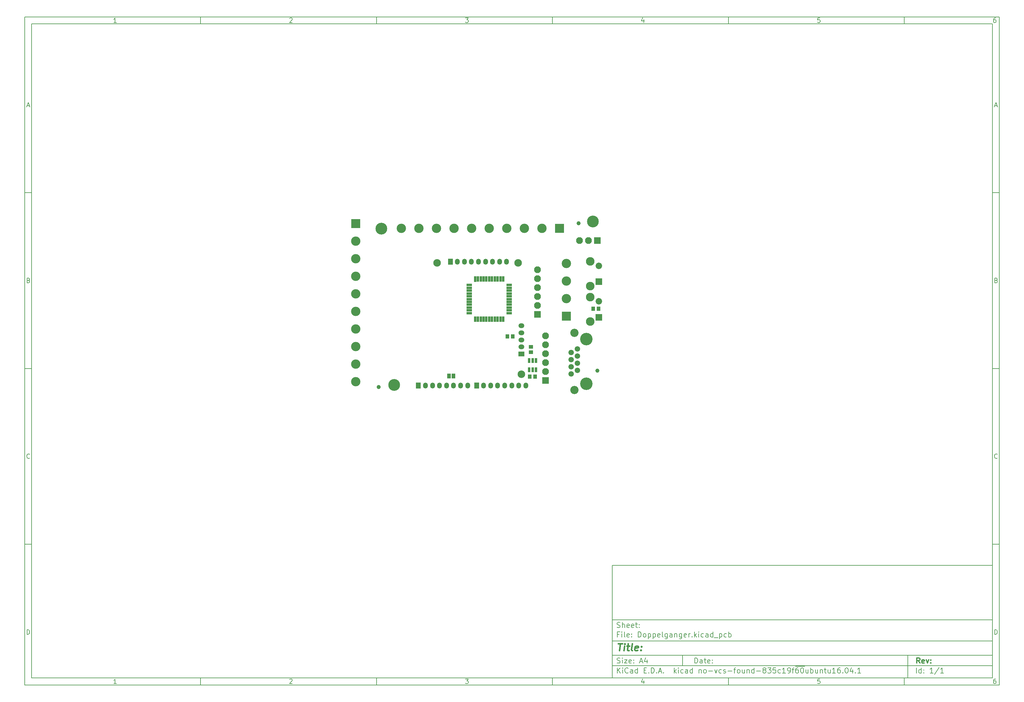
<source format=gts>
%TF.GenerationSoftware,KiCad,Pcbnew,no-vcs-found-835c19f~60~ubuntu16.04.1*%
%TF.CreationDate,2017-10-10T23:09:56+02:00*%
%TF.ProjectId,Doppelganger,446F7070656C67616E6765722E6B6963,rev?*%
%TF.SameCoordinates,Original*%
%TF.FileFunction,Soldermask,Top*%
%TF.FilePolarity,Negative*%
%FSLAX46Y46*%
G04 Gerber Fmt 4.6, Leading zero omitted, Abs format (unit mm)*
G04 Created by KiCad (PCBNEW no-vcs-found-835c19f~60~ubuntu16.04.1) date Tue Oct 10 23:09:56 2017*
%MOMM*%
%LPD*%
G01*
G04 APERTURE LIST*
%ADD10C,0.100000*%
%ADD11C,0.150000*%
%ADD12C,0.300000*%
%ADD13C,0.400000*%
%ADD14R,1.120000X1.420000*%
%ADD15R,1.064400X1.216800*%
%ADD16R,2.650000X2.650000*%
%ADD17C,2.650000*%
%ADD18R,1.850000X1.850000*%
%ADD19C,1.850000*%
%ADD20C,2.450000*%
%ADD21R,1.950000X1.950000*%
%ADD22C,1.950000*%
%ADD23R,1.650000X0.700000*%
%ADD24R,0.700000X1.650000*%
%ADD25C,0.700000*%
%ADD26C,1.550000*%
%ADD27C,3.550000*%
%ADD28C,2.350000*%
%ADD29O,1.350000X1.674000*%
%ADD30R,1.350000X1.674000*%
%ADD31O,1.674000X1.350000*%
%ADD32R,1.674000X1.350000*%
%ADD33C,2.150000*%
%ADD34C,3.350000*%
%ADD35C,1.150000*%
%ADD36R,0.770000X1.370000*%
%ADD37R,1.216800X1.064400*%
G04 APERTURE END LIST*
D10*
D11*
X177002200Y-166007200D02*
X177002200Y-198007200D01*
X285002200Y-198007200D01*
X285002200Y-166007200D01*
X177002200Y-166007200D01*
D10*
D11*
X10000000Y-10000000D02*
X10000000Y-200007200D01*
X287002200Y-200007200D01*
X287002200Y-10000000D01*
X10000000Y-10000000D01*
D10*
D11*
X12000000Y-12000000D02*
X12000000Y-198007200D01*
X285002200Y-198007200D01*
X285002200Y-12000000D01*
X12000000Y-12000000D01*
D10*
D11*
X60000000Y-12000000D02*
X60000000Y-10000000D01*
D10*
D11*
X110000000Y-12000000D02*
X110000000Y-10000000D01*
D10*
D11*
X160000000Y-12000000D02*
X160000000Y-10000000D01*
D10*
D11*
X210000000Y-12000000D02*
X210000000Y-10000000D01*
D10*
D11*
X260000000Y-12000000D02*
X260000000Y-10000000D01*
D10*
D11*
X36065476Y-11588095D02*
X35322619Y-11588095D01*
X35694047Y-11588095D02*
X35694047Y-10288095D01*
X35570238Y-10473809D01*
X35446428Y-10597619D01*
X35322619Y-10659523D01*
D10*
D11*
X85322619Y-10411904D02*
X85384523Y-10350000D01*
X85508333Y-10288095D01*
X85817857Y-10288095D01*
X85941666Y-10350000D01*
X86003571Y-10411904D01*
X86065476Y-10535714D01*
X86065476Y-10659523D01*
X86003571Y-10845238D01*
X85260714Y-11588095D01*
X86065476Y-11588095D01*
D10*
D11*
X135260714Y-10288095D02*
X136065476Y-10288095D01*
X135632142Y-10783333D01*
X135817857Y-10783333D01*
X135941666Y-10845238D01*
X136003571Y-10907142D01*
X136065476Y-11030952D01*
X136065476Y-11340476D01*
X136003571Y-11464285D01*
X135941666Y-11526190D01*
X135817857Y-11588095D01*
X135446428Y-11588095D01*
X135322619Y-11526190D01*
X135260714Y-11464285D01*
D10*
D11*
X185941666Y-10721428D02*
X185941666Y-11588095D01*
X185632142Y-10226190D02*
X185322619Y-11154761D01*
X186127380Y-11154761D01*
D10*
D11*
X236003571Y-10288095D02*
X235384523Y-10288095D01*
X235322619Y-10907142D01*
X235384523Y-10845238D01*
X235508333Y-10783333D01*
X235817857Y-10783333D01*
X235941666Y-10845238D01*
X236003571Y-10907142D01*
X236065476Y-11030952D01*
X236065476Y-11340476D01*
X236003571Y-11464285D01*
X235941666Y-11526190D01*
X235817857Y-11588095D01*
X235508333Y-11588095D01*
X235384523Y-11526190D01*
X235322619Y-11464285D01*
D10*
D11*
X285941666Y-10288095D02*
X285694047Y-10288095D01*
X285570238Y-10350000D01*
X285508333Y-10411904D01*
X285384523Y-10597619D01*
X285322619Y-10845238D01*
X285322619Y-11340476D01*
X285384523Y-11464285D01*
X285446428Y-11526190D01*
X285570238Y-11588095D01*
X285817857Y-11588095D01*
X285941666Y-11526190D01*
X286003571Y-11464285D01*
X286065476Y-11340476D01*
X286065476Y-11030952D01*
X286003571Y-10907142D01*
X285941666Y-10845238D01*
X285817857Y-10783333D01*
X285570238Y-10783333D01*
X285446428Y-10845238D01*
X285384523Y-10907142D01*
X285322619Y-11030952D01*
D10*
D11*
X60000000Y-198007200D02*
X60000000Y-200007200D01*
D10*
D11*
X110000000Y-198007200D02*
X110000000Y-200007200D01*
D10*
D11*
X160000000Y-198007200D02*
X160000000Y-200007200D01*
D10*
D11*
X210000000Y-198007200D02*
X210000000Y-200007200D01*
D10*
D11*
X260000000Y-198007200D02*
X260000000Y-200007200D01*
D10*
D11*
X36065476Y-199595295D02*
X35322619Y-199595295D01*
X35694047Y-199595295D02*
X35694047Y-198295295D01*
X35570238Y-198481009D01*
X35446428Y-198604819D01*
X35322619Y-198666723D01*
D10*
D11*
X85322619Y-198419104D02*
X85384523Y-198357200D01*
X85508333Y-198295295D01*
X85817857Y-198295295D01*
X85941666Y-198357200D01*
X86003571Y-198419104D01*
X86065476Y-198542914D01*
X86065476Y-198666723D01*
X86003571Y-198852438D01*
X85260714Y-199595295D01*
X86065476Y-199595295D01*
D10*
D11*
X135260714Y-198295295D02*
X136065476Y-198295295D01*
X135632142Y-198790533D01*
X135817857Y-198790533D01*
X135941666Y-198852438D01*
X136003571Y-198914342D01*
X136065476Y-199038152D01*
X136065476Y-199347676D01*
X136003571Y-199471485D01*
X135941666Y-199533390D01*
X135817857Y-199595295D01*
X135446428Y-199595295D01*
X135322619Y-199533390D01*
X135260714Y-199471485D01*
D10*
D11*
X185941666Y-198728628D02*
X185941666Y-199595295D01*
X185632142Y-198233390D02*
X185322619Y-199161961D01*
X186127380Y-199161961D01*
D10*
D11*
X236003571Y-198295295D02*
X235384523Y-198295295D01*
X235322619Y-198914342D01*
X235384523Y-198852438D01*
X235508333Y-198790533D01*
X235817857Y-198790533D01*
X235941666Y-198852438D01*
X236003571Y-198914342D01*
X236065476Y-199038152D01*
X236065476Y-199347676D01*
X236003571Y-199471485D01*
X235941666Y-199533390D01*
X235817857Y-199595295D01*
X235508333Y-199595295D01*
X235384523Y-199533390D01*
X235322619Y-199471485D01*
D10*
D11*
X285941666Y-198295295D02*
X285694047Y-198295295D01*
X285570238Y-198357200D01*
X285508333Y-198419104D01*
X285384523Y-198604819D01*
X285322619Y-198852438D01*
X285322619Y-199347676D01*
X285384523Y-199471485D01*
X285446428Y-199533390D01*
X285570238Y-199595295D01*
X285817857Y-199595295D01*
X285941666Y-199533390D01*
X286003571Y-199471485D01*
X286065476Y-199347676D01*
X286065476Y-199038152D01*
X286003571Y-198914342D01*
X285941666Y-198852438D01*
X285817857Y-198790533D01*
X285570238Y-198790533D01*
X285446428Y-198852438D01*
X285384523Y-198914342D01*
X285322619Y-199038152D01*
D10*
D11*
X10000000Y-60000000D02*
X12000000Y-60000000D01*
D10*
D11*
X10000000Y-110000000D02*
X12000000Y-110000000D01*
D10*
D11*
X10000000Y-160000000D02*
X12000000Y-160000000D01*
D10*
D11*
X10690476Y-35216666D02*
X11309523Y-35216666D01*
X10566666Y-35588095D02*
X11000000Y-34288095D01*
X11433333Y-35588095D01*
D10*
D11*
X11092857Y-84907142D02*
X11278571Y-84969047D01*
X11340476Y-85030952D01*
X11402380Y-85154761D01*
X11402380Y-85340476D01*
X11340476Y-85464285D01*
X11278571Y-85526190D01*
X11154761Y-85588095D01*
X10659523Y-85588095D01*
X10659523Y-84288095D01*
X11092857Y-84288095D01*
X11216666Y-84350000D01*
X11278571Y-84411904D01*
X11340476Y-84535714D01*
X11340476Y-84659523D01*
X11278571Y-84783333D01*
X11216666Y-84845238D01*
X11092857Y-84907142D01*
X10659523Y-84907142D01*
D10*
D11*
X11402380Y-135464285D02*
X11340476Y-135526190D01*
X11154761Y-135588095D01*
X11030952Y-135588095D01*
X10845238Y-135526190D01*
X10721428Y-135402380D01*
X10659523Y-135278571D01*
X10597619Y-135030952D01*
X10597619Y-134845238D01*
X10659523Y-134597619D01*
X10721428Y-134473809D01*
X10845238Y-134350000D01*
X11030952Y-134288095D01*
X11154761Y-134288095D01*
X11340476Y-134350000D01*
X11402380Y-134411904D01*
D10*
D11*
X10659523Y-185588095D02*
X10659523Y-184288095D01*
X10969047Y-184288095D01*
X11154761Y-184350000D01*
X11278571Y-184473809D01*
X11340476Y-184597619D01*
X11402380Y-184845238D01*
X11402380Y-185030952D01*
X11340476Y-185278571D01*
X11278571Y-185402380D01*
X11154761Y-185526190D01*
X10969047Y-185588095D01*
X10659523Y-185588095D01*
D10*
D11*
X287002200Y-60000000D02*
X285002200Y-60000000D01*
D10*
D11*
X287002200Y-110000000D02*
X285002200Y-110000000D01*
D10*
D11*
X287002200Y-160000000D02*
X285002200Y-160000000D01*
D10*
D11*
X285692676Y-35216666D02*
X286311723Y-35216666D01*
X285568866Y-35588095D02*
X286002200Y-34288095D01*
X286435533Y-35588095D01*
D10*
D11*
X286095057Y-84907142D02*
X286280771Y-84969047D01*
X286342676Y-85030952D01*
X286404580Y-85154761D01*
X286404580Y-85340476D01*
X286342676Y-85464285D01*
X286280771Y-85526190D01*
X286156961Y-85588095D01*
X285661723Y-85588095D01*
X285661723Y-84288095D01*
X286095057Y-84288095D01*
X286218866Y-84350000D01*
X286280771Y-84411904D01*
X286342676Y-84535714D01*
X286342676Y-84659523D01*
X286280771Y-84783333D01*
X286218866Y-84845238D01*
X286095057Y-84907142D01*
X285661723Y-84907142D01*
D10*
D11*
X286404580Y-135464285D02*
X286342676Y-135526190D01*
X286156961Y-135588095D01*
X286033152Y-135588095D01*
X285847438Y-135526190D01*
X285723628Y-135402380D01*
X285661723Y-135278571D01*
X285599819Y-135030952D01*
X285599819Y-134845238D01*
X285661723Y-134597619D01*
X285723628Y-134473809D01*
X285847438Y-134350000D01*
X286033152Y-134288095D01*
X286156961Y-134288095D01*
X286342676Y-134350000D01*
X286404580Y-134411904D01*
D10*
D11*
X285661723Y-185588095D02*
X285661723Y-184288095D01*
X285971247Y-184288095D01*
X286156961Y-184350000D01*
X286280771Y-184473809D01*
X286342676Y-184597619D01*
X286404580Y-184845238D01*
X286404580Y-185030952D01*
X286342676Y-185278571D01*
X286280771Y-185402380D01*
X286156961Y-185526190D01*
X285971247Y-185588095D01*
X285661723Y-185588095D01*
D10*
D11*
X200434342Y-193785771D02*
X200434342Y-192285771D01*
X200791485Y-192285771D01*
X201005771Y-192357200D01*
X201148628Y-192500057D01*
X201220057Y-192642914D01*
X201291485Y-192928628D01*
X201291485Y-193142914D01*
X201220057Y-193428628D01*
X201148628Y-193571485D01*
X201005771Y-193714342D01*
X200791485Y-193785771D01*
X200434342Y-193785771D01*
X202577200Y-193785771D02*
X202577200Y-193000057D01*
X202505771Y-192857200D01*
X202362914Y-192785771D01*
X202077200Y-192785771D01*
X201934342Y-192857200D01*
X202577200Y-193714342D02*
X202434342Y-193785771D01*
X202077200Y-193785771D01*
X201934342Y-193714342D01*
X201862914Y-193571485D01*
X201862914Y-193428628D01*
X201934342Y-193285771D01*
X202077200Y-193214342D01*
X202434342Y-193214342D01*
X202577200Y-193142914D01*
X203077200Y-192785771D02*
X203648628Y-192785771D01*
X203291485Y-192285771D02*
X203291485Y-193571485D01*
X203362914Y-193714342D01*
X203505771Y-193785771D01*
X203648628Y-193785771D01*
X204720057Y-193714342D02*
X204577200Y-193785771D01*
X204291485Y-193785771D01*
X204148628Y-193714342D01*
X204077200Y-193571485D01*
X204077200Y-193000057D01*
X204148628Y-192857200D01*
X204291485Y-192785771D01*
X204577200Y-192785771D01*
X204720057Y-192857200D01*
X204791485Y-193000057D01*
X204791485Y-193142914D01*
X204077200Y-193285771D01*
X205434342Y-193642914D02*
X205505771Y-193714342D01*
X205434342Y-193785771D01*
X205362914Y-193714342D01*
X205434342Y-193642914D01*
X205434342Y-193785771D01*
X205434342Y-192857200D02*
X205505771Y-192928628D01*
X205434342Y-193000057D01*
X205362914Y-192928628D01*
X205434342Y-192857200D01*
X205434342Y-193000057D01*
D10*
D11*
X177002200Y-194507200D02*
X285002200Y-194507200D01*
D10*
D11*
X178434342Y-196585771D02*
X178434342Y-195085771D01*
X179291485Y-196585771D02*
X178648628Y-195728628D01*
X179291485Y-195085771D02*
X178434342Y-195942914D01*
X179934342Y-196585771D02*
X179934342Y-195585771D01*
X179934342Y-195085771D02*
X179862914Y-195157200D01*
X179934342Y-195228628D01*
X180005771Y-195157200D01*
X179934342Y-195085771D01*
X179934342Y-195228628D01*
X181505771Y-196442914D02*
X181434342Y-196514342D01*
X181220057Y-196585771D01*
X181077200Y-196585771D01*
X180862914Y-196514342D01*
X180720057Y-196371485D01*
X180648628Y-196228628D01*
X180577200Y-195942914D01*
X180577200Y-195728628D01*
X180648628Y-195442914D01*
X180720057Y-195300057D01*
X180862914Y-195157200D01*
X181077200Y-195085771D01*
X181220057Y-195085771D01*
X181434342Y-195157200D01*
X181505771Y-195228628D01*
X182791485Y-196585771D02*
X182791485Y-195800057D01*
X182720057Y-195657200D01*
X182577200Y-195585771D01*
X182291485Y-195585771D01*
X182148628Y-195657200D01*
X182791485Y-196514342D02*
X182648628Y-196585771D01*
X182291485Y-196585771D01*
X182148628Y-196514342D01*
X182077200Y-196371485D01*
X182077200Y-196228628D01*
X182148628Y-196085771D01*
X182291485Y-196014342D01*
X182648628Y-196014342D01*
X182791485Y-195942914D01*
X184148628Y-196585771D02*
X184148628Y-195085771D01*
X184148628Y-196514342D02*
X184005771Y-196585771D01*
X183720057Y-196585771D01*
X183577200Y-196514342D01*
X183505771Y-196442914D01*
X183434342Y-196300057D01*
X183434342Y-195871485D01*
X183505771Y-195728628D01*
X183577200Y-195657200D01*
X183720057Y-195585771D01*
X184005771Y-195585771D01*
X184148628Y-195657200D01*
X186005771Y-195800057D02*
X186505771Y-195800057D01*
X186720057Y-196585771D02*
X186005771Y-196585771D01*
X186005771Y-195085771D01*
X186720057Y-195085771D01*
X187362914Y-196442914D02*
X187434342Y-196514342D01*
X187362914Y-196585771D01*
X187291485Y-196514342D01*
X187362914Y-196442914D01*
X187362914Y-196585771D01*
X188077200Y-196585771D02*
X188077200Y-195085771D01*
X188434342Y-195085771D01*
X188648628Y-195157200D01*
X188791485Y-195300057D01*
X188862914Y-195442914D01*
X188934342Y-195728628D01*
X188934342Y-195942914D01*
X188862914Y-196228628D01*
X188791485Y-196371485D01*
X188648628Y-196514342D01*
X188434342Y-196585771D01*
X188077200Y-196585771D01*
X189577200Y-196442914D02*
X189648628Y-196514342D01*
X189577200Y-196585771D01*
X189505771Y-196514342D01*
X189577200Y-196442914D01*
X189577200Y-196585771D01*
X190220057Y-196157200D02*
X190934342Y-196157200D01*
X190077200Y-196585771D02*
X190577200Y-195085771D01*
X191077200Y-196585771D01*
X191577200Y-196442914D02*
X191648628Y-196514342D01*
X191577200Y-196585771D01*
X191505771Y-196514342D01*
X191577200Y-196442914D01*
X191577200Y-196585771D01*
X194577200Y-196585771D02*
X194577200Y-195085771D01*
X194720057Y-196014342D02*
X195148628Y-196585771D01*
X195148628Y-195585771D02*
X194577200Y-196157200D01*
X195791485Y-196585771D02*
X195791485Y-195585771D01*
X195791485Y-195085771D02*
X195720057Y-195157200D01*
X195791485Y-195228628D01*
X195862914Y-195157200D01*
X195791485Y-195085771D01*
X195791485Y-195228628D01*
X197148628Y-196514342D02*
X197005771Y-196585771D01*
X196720057Y-196585771D01*
X196577200Y-196514342D01*
X196505771Y-196442914D01*
X196434342Y-196300057D01*
X196434342Y-195871485D01*
X196505771Y-195728628D01*
X196577200Y-195657200D01*
X196720057Y-195585771D01*
X197005771Y-195585771D01*
X197148628Y-195657200D01*
X198434342Y-196585771D02*
X198434342Y-195800057D01*
X198362914Y-195657200D01*
X198220057Y-195585771D01*
X197934342Y-195585771D01*
X197791485Y-195657200D01*
X198434342Y-196514342D02*
X198291485Y-196585771D01*
X197934342Y-196585771D01*
X197791485Y-196514342D01*
X197720057Y-196371485D01*
X197720057Y-196228628D01*
X197791485Y-196085771D01*
X197934342Y-196014342D01*
X198291485Y-196014342D01*
X198434342Y-195942914D01*
X199791485Y-196585771D02*
X199791485Y-195085771D01*
X199791485Y-196514342D02*
X199648628Y-196585771D01*
X199362914Y-196585771D01*
X199220057Y-196514342D01*
X199148628Y-196442914D01*
X199077200Y-196300057D01*
X199077200Y-195871485D01*
X199148628Y-195728628D01*
X199220057Y-195657200D01*
X199362914Y-195585771D01*
X199648628Y-195585771D01*
X199791485Y-195657200D01*
X201648628Y-195585771D02*
X201648628Y-196585771D01*
X201648628Y-195728628D02*
X201720057Y-195657200D01*
X201862914Y-195585771D01*
X202077200Y-195585771D01*
X202220057Y-195657200D01*
X202291485Y-195800057D01*
X202291485Y-196585771D01*
X203220057Y-196585771D02*
X203077200Y-196514342D01*
X203005771Y-196442914D01*
X202934342Y-196300057D01*
X202934342Y-195871485D01*
X203005771Y-195728628D01*
X203077200Y-195657200D01*
X203220057Y-195585771D01*
X203434342Y-195585771D01*
X203577200Y-195657200D01*
X203648628Y-195728628D01*
X203720057Y-195871485D01*
X203720057Y-196300057D01*
X203648628Y-196442914D01*
X203577200Y-196514342D01*
X203434342Y-196585771D01*
X203220057Y-196585771D01*
X204362914Y-196014342D02*
X205505771Y-196014342D01*
X206077200Y-195585771D02*
X206434342Y-196585771D01*
X206791485Y-195585771D01*
X208005771Y-196514342D02*
X207862914Y-196585771D01*
X207577200Y-196585771D01*
X207434342Y-196514342D01*
X207362914Y-196442914D01*
X207291485Y-196300057D01*
X207291485Y-195871485D01*
X207362914Y-195728628D01*
X207434342Y-195657200D01*
X207577200Y-195585771D01*
X207862914Y-195585771D01*
X208005771Y-195657200D01*
X208577200Y-196514342D02*
X208720057Y-196585771D01*
X209005771Y-196585771D01*
X209148628Y-196514342D01*
X209220057Y-196371485D01*
X209220057Y-196300057D01*
X209148628Y-196157200D01*
X209005771Y-196085771D01*
X208791485Y-196085771D01*
X208648628Y-196014342D01*
X208577200Y-195871485D01*
X208577200Y-195800057D01*
X208648628Y-195657200D01*
X208791485Y-195585771D01*
X209005771Y-195585771D01*
X209148628Y-195657200D01*
X209862914Y-196014342D02*
X211005771Y-196014342D01*
X211505771Y-195585771D02*
X212077200Y-195585771D01*
X211720057Y-196585771D02*
X211720057Y-195300057D01*
X211791485Y-195157200D01*
X211934342Y-195085771D01*
X212077200Y-195085771D01*
X212791485Y-196585771D02*
X212648628Y-196514342D01*
X212577200Y-196442914D01*
X212505771Y-196300057D01*
X212505771Y-195871485D01*
X212577200Y-195728628D01*
X212648628Y-195657200D01*
X212791485Y-195585771D01*
X213005771Y-195585771D01*
X213148628Y-195657200D01*
X213220057Y-195728628D01*
X213291485Y-195871485D01*
X213291485Y-196300057D01*
X213220057Y-196442914D01*
X213148628Y-196514342D01*
X213005771Y-196585771D01*
X212791485Y-196585771D01*
X214577200Y-195585771D02*
X214577200Y-196585771D01*
X213934342Y-195585771D02*
X213934342Y-196371485D01*
X214005771Y-196514342D01*
X214148628Y-196585771D01*
X214362914Y-196585771D01*
X214505771Y-196514342D01*
X214577200Y-196442914D01*
X215291485Y-195585771D02*
X215291485Y-196585771D01*
X215291485Y-195728628D02*
X215362914Y-195657200D01*
X215505771Y-195585771D01*
X215720057Y-195585771D01*
X215862914Y-195657200D01*
X215934342Y-195800057D01*
X215934342Y-196585771D01*
X217291485Y-196585771D02*
X217291485Y-195085771D01*
X217291485Y-196514342D02*
X217148628Y-196585771D01*
X216862914Y-196585771D01*
X216720057Y-196514342D01*
X216648628Y-196442914D01*
X216577200Y-196300057D01*
X216577200Y-195871485D01*
X216648628Y-195728628D01*
X216720057Y-195657200D01*
X216862914Y-195585771D01*
X217148628Y-195585771D01*
X217291485Y-195657200D01*
X218005771Y-196014342D02*
X219148628Y-196014342D01*
X220077200Y-195728628D02*
X219934342Y-195657200D01*
X219862914Y-195585771D01*
X219791485Y-195442914D01*
X219791485Y-195371485D01*
X219862914Y-195228628D01*
X219934342Y-195157200D01*
X220077200Y-195085771D01*
X220362914Y-195085771D01*
X220505771Y-195157200D01*
X220577200Y-195228628D01*
X220648628Y-195371485D01*
X220648628Y-195442914D01*
X220577200Y-195585771D01*
X220505771Y-195657200D01*
X220362914Y-195728628D01*
X220077200Y-195728628D01*
X219934342Y-195800057D01*
X219862914Y-195871485D01*
X219791485Y-196014342D01*
X219791485Y-196300057D01*
X219862914Y-196442914D01*
X219934342Y-196514342D01*
X220077200Y-196585771D01*
X220362914Y-196585771D01*
X220505771Y-196514342D01*
X220577200Y-196442914D01*
X220648628Y-196300057D01*
X220648628Y-196014342D01*
X220577200Y-195871485D01*
X220505771Y-195800057D01*
X220362914Y-195728628D01*
X221148628Y-195085771D02*
X222077200Y-195085771D01*
X221577200Y-195657200D01*
X221791485Y-195657200D01*
X221934342Y-195728628D01*
X222005771Y-195800057D01*
X222077200Y-195942914D01*
X222077200Y-196300057D01*
X222005771Y-196442914D01*
X221934342Y-196514342D01*
X221791485Y-196585771D01*
X221362914Y-196585771D01*
X221220057Y-196514342D01*
X221148628Y-196442914D01*
X223434342Y-195085771D02*
X222720057Y-195085771D01*
X222648628Y-195800057D01*
X222720057Y-195728628D01*
X222862914Y-195657200D01*
X223220057Y-195657200D01*
X223362914Y-195728628D01*
X223434342Y-195800057D01*
X223505771Y-195942914D01*
X223505771Y-196300057D01*
X223434342Y-196442914D01*
X223362914Y-196514342D01*
X223220057Y-196585771D01*
X222862914Y-196585771D01*
X222720057Y-196514342D01*
X222648628Y-196442914D01*
X224791485Y-196514342D02*
X224648628Y-196585771D01*
X224362914Y-196585771D01*
X224220057Y-196514342D01*
X224148628Y-196442914D01*
X224077200Y-196300057D01*
X224077200Y-195871485D01*
X224148628Y-195728628D01*
X224220057Y-195657200D01*
X224362914Y-195585771D01*
X224648628Y-195585771D01*
X224791485Y-195657200D01*
X226220057Y-196585771D02*
X225362914Y-196585771D01*
X225791485Y-196585771D02*
X225791485Y-195085771D01*
X225648628Y-195300057D01*
X225505771Y-195442914D01*
X225362914Y-195514342D01*
X226934342Y-196585771D02*
X227220057Y-196585771D01*
X227362914Y-196514342D01*
X227434342Y-196442914D01*
X227577200Y-196228628D01*
X227648628Y-195942914D01*
X227648628Y-195371485D01*
X227577200Y-195228628D01*
X227505771Y-195157200D01*
X227362914Y-195085771D01*
X227077200Y-195085771D01*
X226934342Y-195157200D01*
X226862914Y-195228628D01*
X226791485Y-195371485D01*
X226791485Y-195728628D01*
X226862914Y-195871485D01*
X226934342Y-195942914D01*
X227077200Y-196014342D01*
X227362914Y-196014342D01*
X227505771Y-195942914D01*
X227577200Y-195871485D01*
X227648628Y-195728628D01*
X228077200Y-195585771D02*
X228648628Y-195585771D01*
X228291485Y-196585771D02*
X228291485Y-195300057D01*
X228362914Y-195157200D01*
X228505771Y-195085771D01*
X228648628Y-195085771D01*
X229038985Y-194677200D02*
X230220057Y-194677200D01*
X229791485Y-195085771D02*
X229505771Y-195085771D01*
X229362914Y-195157200D01*
X229291485Y-195228628D01*
X229148628Y-195442914D01*
X229077200Y-195728628D01*
X229077200Y-196300057D01*
X229148628Y-196442914D01*
X229220057Y-196514342D01*
X229362914Y-196585771D01*
X229648628Y-196585771D01*
X229791485Y-196514342D01*
X229862914Y-196442914D01*
X229934342Y-196300057D01*
X229934342Y-195942914D01*
X229862914Y-195800057D01*
X229791485Y-195728628D01*
X229648628Y-195657200D01*
X229362914Y-195657200D01*
X229220057Y-195728628D01*
X229148628Y-195800057D01*
X229077200Y-195942914D01*
X230220057Y-194677200D02*
X231648628Y-194677200D01*
X230862914Y-195085771D02*
X231005771Y-195085771D01*
X231148628Y-195157200D01*
X231220057Y-195228628D01*
X231291485Y-195371485D01*
X231362914Y-195657200D01*
X231362914Y-196014342D01*
X231291485Y-196300057D01*
X231220057Y-196442914D01*
X231148628Y-196514342D01*
X231005771Y-196585771D01*
X230862914Y-196585771D01*
X230720057Y-196514342D01*
X230648628Y-196442914D01*
X230577200Y-196300057D01*
X230505771Y-196014342D01*
X230505771Y-195657200D01*
X230577200Y-195371485D01*
X230648628Y-195228628D01*
X230720057Y-195157200D01*
X230862914Y-195085771D01*
X232648628Y-195585771D02*
X232648628Y-196585771D01*
X232005771Y-195585771D02*
X232005771Y-196371485D01*
X232077199Y-196514342D01*
X232220057Y-196585771D01*
X232434342Y-196585771D01*
X232577199Y-196514342D01*
X232648628Y-196442914D01*
X233362914Y-196585771D02*
X233362914Y-195085771D01*
X233362914Y-195657200D02*
X233505771Y-195585771D01*
X233791485Y-195585771D01*
X233934342Y-195657200D01*
X234005771Y-195728628D01*
X234077200Y-195871485D01*
X234077200Y-196300057D01*
X234005771Y-196442914D01*
X233934342Y-196514342D01*
X233791485Y-196585771D01*
X233505771Y-196585771D01*
X233362914Y-196514342D01*
X235362914Y-195585771D02*
X235362914Y-196585771D01*
X234720057Y-195585771D02*
X234720057Y-196371485D01*
X234791485Y-196514342D01*
X234934342Y-196585771D01*
X235148628Y-196585771D01*
X235291485Y-196514342D01*
X235362914Y-196442914D01*
X236077200Y-195585771D02*
X236077200Y-196585771D01*
X236077200Y-195728628D02*
X236148628Y-195657200D01*
X236291485Y-195585771D01*
X236505771Y-195585771D01*
X236648628Y-195657200D01*
X236720057Y-195800057D01*
X236720057Y-196585771D01*
X237220057Y-195585771D02*
X237791485Y-195585771D01*
X237434342Y-195085771D02*
X237434342Y-196371485D01*
X237505771Y-196514342D01*
X237648628Y-196585771D01*
X237791485Y-196585771D01*
X238934342Y-195585771D02*
X238934342Y-196585771D01*
X238291485Y-195585771D02*
X238291485Y-196371485D01*
X238362914Y-196514342D01*
X238505771Y-196585771D01*
X238720057Y-196585771D01*
X238862914Y-196514342D01*
X238934342Y-196442914D01*
X240434342Y-196585771D02*
X239577200Y-196585771D01*
X240005771Y-196585771D02*
X240005771Y-195085771D01*
X239862914Y-195300057D01*
X239720057Y-195442914D01*
X239577200Y-195514342D01*
X241720057Y-195085771D02*
X241434342Y-195085771D01*
X241291485Y-195157200D01*
X241220057Y-195228628D01*
X241077200Y-195442914D01*
X241005771Y-195728628D01*
X241005771Y-196300057D01*
X241077200Y-196442914D01*
X241148628Y-196514342D01*
X241291485Y-196585771D01*
X241577200Y-196585771D01*
X241720057Y-196514342D01*
X241791485Y-196442914D01*
X241862914Y-196300057D01*
X241862914Y-195942914D01*
X241791485Y-195800057D01*
X241720057Y-195728628D01*
X241577200Y-195657200D01*
X241291485Y-195657200D01*
X241148628Y-195728628D01*
X241077200Y-195800057D01*
X241005771Y-195942914D01*
X242505771Y-196442914D02*
X242577199Y-196514342D01*
X242505771Y-196585771D01*
X242434342Y-196514342D01*
X242505771Y-196442914D01*
X242505771Y-196585771D01*
X243505771Y-195085771D02*
X243648628Y-195085771D01*
X243791485Y-195157200D01*
X243862914Y-195228628D01*
X243934342Y-195371485D01*
X244005771Y-195657200D01*
X244005771Y-196014342D01*
X243934342Y-196300057D01*
X243862914Y-196442914D01*
X243791485Y-196514342D01*
X243648628Y-196585771D01*
X243505771Y-196585771D01*
X243362914Y-196514342D01*
X243291485Y-196442914D01*
X243220057Y-196300057D01*
X243148628Y-196014342D01*
X243148628Y-195657200D01*
X243220057Y-195371485D01*
X243291485Y-195228628D01*
X243362914Y-195157200D01*
X243505771Y-195085771D01*
X245291485Y-195585771D02*
X245291485Y-196585771D01*
X244934342Y-195014342D02*
X244577199Y-196085771D01*
X245505771Y-196085771D01*
X246077199Y-196442914D02*
X246148628Y-196514342D01*
X246077199Y-196585771D01*
X246005771Y-196514342D01*
X246077199Y-196442914D01*
X246077199Y-196585771D01*
X247577200Y-196585771D02*
X246720057Y-196585771D01*
X247148628Y-196585771D02*
X247148628Y-195085771D01*
X247005771Y-195300057D01*
X246862914Y-195442914D01*
X246720057Y-195514342D01*
D10*
D11*
X177002200Y-191507200D02*
X285002200Y-191507200D01*
D10*
D12*
X264411485Y-193785771D02*
X263911485Y-193071485D01*
X263554342Y-193785771D02*
X263554342Y-192285771D01*
X264125771Y-192285771D01*
X264268628Y-192357200D01*
X264340057Y-192428628D01*
X264411485Y-192571485D01*
X264411485Y-192785771D01*
X264340057Y-192928628D01*
X264268628Y-193000057D01*
X264125771Y-193071485D01*
X263554342Y-193071485D01*
X265625771Y-193714342D02*
X265482914Y-193785771D01*
X265197200Y-193785771D01*
X265054342Y-193714342D01*
X264982914Y-193571485D01*
X264982914Y-193000057D01*
X265054342Y-192857200D01*
X265197200Y-192785771D01*
X265482914Y-192785771D01*
X265625771Y-192857200D01*
X265697200Y-193000057D01*
X265697200Y-193142914D01*
X264982914Y-193285771D01*
X266197200Y-192785771D02*
X266554342Y-193785771D01*
X266911485Y-192785771D01*
X267482914Y-193642914D02*
X267554342Y-193714342D01*
X267482914Y-193785771D01*
X267411485Y-193714342D01*
X267482914Y-193642914D01*
X267482914Y-193785771D01*
X267482914Y-192857200D02*
X267554342Y-192928628D01*
X267482914Y-193000057D01*
X267411485Y-192928628D01*
X267482914Y-192857200D01*
X267482914Y-193000057D01*
D10*
D11*
X178362914Y-193714342D02*
X178577200Y-193785771D01*
X178934342Y-193785771D01*
X179077200Y-193714342D01*
X179148628Y-193642914D01*
X179220057Y-193500057D01*
X179220057Y-193357200D01*
X179148628Y-193214342D01*
X179077200Y-193142914D01*
X178934342Y-193071485D01*
X178648628Y-193000057D01*
X178505771Y-192928628D01*
X178434342Y-192857200D01*
X178362914Y-192714342D01*
X178362914Y-192571485D01*
X178434342Y-192428628D01*
X178505771Y-192357200D01*
X178648628Y-192285771D01*
X179005771Y-192285771D01*
X179220057Y-192357200D01*
X179862914Y-193785771D02*
X179862914Y-192785771D01*
X179862914Y-192285771D02*
X179791485Y-192357200D01*
X179862914Y-192428628D01*
X179934342Y-192357200D01*
X179862914Y-192285771D01*
X179862914Y-192428628D01*
X180434342Y-192785771D02*
X181220057Y-192785771D01*
X180434342Y-193785771D01*
X181220057Y-193785771D01*
X182362914Y-193714342D02*
X182220057Y-193785771D01*
X181934342Y-193785771D01*
X181791485Y-193714342D01*
X181720057Y-193571485D01*
X181720057Y-193000057D01*
X181791485Y-192857200D01*
X181934342Y-192785771D01*
X182220057Y-192785771D01*
X182362914Y-192857200D01*
X182434342Y-193000057D01*
X182434342Y-193142914D01*
X181720057Y-193285771D01*
X183077200Y-193642914D02*
X183148628Y-193714342D01*
X183077200Y-193785771D01*
X183005771Y-193714342D01*
X183077200Y-193642914D01*
X183077200Y-193785771D01*
X183077200Y-192857200D02*
X183148628Y-192928628D01*
X183077200Y-193000057D01*
X183005771Y-192928628D01*
X183077200Y-192857200D01*
X183077200Y-193000057D01*
X184862914Y-193357200D02*
X185577200Y-193357200D01*
X184720057Y-193785771D02*
X185220057Y-192285771D01*
X185720057Y-193785771D01*
X186862914Y-192785771D02*
X186862914Y-193785771D01*
X186505771Y-192214342D02*
X186148628Y-193285771D01*
X187077200Y-193285771D01*
D10*
D11*
X263434342Y-196585771D02*
X263434342Y-195085771D01*
X264791485Y-196585771D02*
X264791485Y-195085771D01*
X264791485Y-196514342D02*
X264648628Y-196585771D01*
X264362914Y-196585771D01*
X264220057Y-196514342D01*
X264148628Y-196442914D01*
X264077200Y-196300057D01*
X264077200Y-195871485D01*
X264148628Y-195728628D01*
X264220057Y-195657200D01*
X264362914Y-195585771D01*
X264648628Y-195585771D01*
X264791485Y-195657200D01*
X265505771Y-196442914D02*
X265577200Y-196514342D01*
X265505771Y-196585771D01*
X265434342Y-196514342D01*
X265505771Y-196442914D01*
X265505771Y-196585771D01*
X265505771Y-195657200D02*
X265577200Y-195728628D01*
X265505771Y-195800057D01*
X265434342Y-195728628D01*
X265505771Y-195657200D01*
X265505771Y-195800057D01*
X268148628Y-196585771D02*
X267291485Y-196585771D01*
X267720057Y-196585771D02*
X267720057Y-195085771D01*
X267577200Y-195300057D01*
X267434342Y-195442914D01*
X267291485Y-195514342D01*
X269862914Y-195014342D02*
X268577200Y-196942914D01*
X271148628Y-196585771D02*
X270291485Y-196585771D01*
X270720057Y-196585771D02*
X270720057Y-195085771D01*
X270577200Y-195300057D01*
X270434342Y-195442914D01*
X270291485Y-195514342D01*
D10*
D11*
X177002200Y-187507200D02*
X285002200Y-187507200D01*
D10*
D13*
X178714580Y-188211961D02*
X179857438Y-188211961D01*
X179036009Y-190211961D02*
X179286009Y-188211961D01*
X180274104Y-190211961D02*
X180440771Y-188878628D01*
X180524104Y-188211961D02*
X180416961Y-188307200D01*
X180500295Y-188402438D01*
X180607438Y-188307200D01*
X180524104Y-188211961D01*
X180500295Y-188402438D01*
X181107438Y-188878628D02*
X181869342Y-188878628D01*
X181476485Y-188211961D02*
X181262200Y-189926247D01*
X181333628Y-190116723D01*
X181512200Y-190211961D01*
X181702676Y-190211961D01*
X182655057Y-190211961D02*
X182476485Y-190116723D01*
X182405057Y-189926247D01*
X182619342Y-188211961D01*
X184190771Y-190116723D02*
X183988390Y-190211961D01*
X183607438Y-190211961D01*
X183428866Y-190116723D01*
X183357438Y-189926247D01*
X183452676Y-189164342D01*
X183571723Y-188973866D01*
X183774104Y-188878628D01*
X184155057Y-188878628D01*
X184333628Y-188973866D01*
X184405057Y-189164342D01*
X184381247Y-189354819D01*
X183405057Y-189545295D01*
X185155057Y-190021485D02*
X185238390Y-190116723D01*
X185131247Y-190211961D01*
X185047914Y-190116723D01*
X185155057Y-190021485D01*
X185131247Y-190211961D01*
X185286009Y-188973866D02*
X185369342Y-189069104D01*
X185262200Y-189164342D01*
X185178866Y-189069104D01*
X185286009Y-188973866D01*
X185262200Y-189164342D01*
D10*
D11*
X178934342Y-185600057D02*
X178434342Y-185600057D01*
X178434342Y-186385771D02*
X178434342Y-184885771D01*
X179148628Y-184885771D01*
X179720057Y-186385771D02*
X179720057Y-185385771D01*
X179720057Y-184885771D02*
X179648628Y-184957200D01*
X179720057Y-185028628D01*
X179791485Y-184957200D01*
X179720057Y-184885771D01*
X179720057Y-185028628D01*
X180648628Y-186385771D02*
X180505771Y-186314342D01*
X180434342Y-186171485D01*
X180434342Y-184885771D01*
X181791485Y-186314342D02*
X181648628Y-186385771D01*
X181362914Y-186385771D01*
X181220057Y-186314342D01*
X181148628Y-186171485D01*
X181148628Y-185600057D01*
X181220057Y-185457200D01*
X181362914Y-185385771D01*
X181648628Y-185385771D01*
X181791485Y-185457200D01*
X181862914Y-185600057D01*
X181862914Y-185742914D01*
X181148628Y-185885771D01*
X182505771Y-186242914D02*
X182577200Y-186314342D01*
X182505771Y-186385771D01*
X182434342Y-186314342D01*
X182505771Y-186242914D01*
X182505771Y-186385771D01*
X182505771Y-185457200D02*
X182577200Y-185528628D01*
X182505771Y-185600057D01*
X182434342Y-185528628D01*
X182505771Y-185457200D01*
X182505771Y-185600057D01*
X184362914Y-186385771D02*
X184362914Y-184885771D01*
X184720057Y-184885771D01*
X184934342Y-184957200D01*
X185077200Y-185100057D01*
X185148628Y-185242914D01*
X185220057Y-185528628D01*
X185220057Y-185742914D01*
X185148628Y-186028628D01*
X185077200Y-186171485D01*
X184934342Y-186314342D01*
X184720057Y-186385771D01*
X184362914Y-186385771D01*
X186077200Y-186385771D02*
X185934342Y-186314342D01*
X185862914Y-186242914D01*
X185791485Y-186100057D01*
X185791485Y-185671485D01*
X185862914Y-185528628D01*
X185934342Y-185457200D01*
X186077200Y-185385771D01*
X186291485Y-185385771D01*
X186434342Y-185457200D01*
X186505771Y-185528628D01*
X186577200Y-185671485D01*
X186577200Y-186100057D01*
X186505771Y-186242914D01*
X186434342Y-186314342D01*
X186291485Y-186385771D01*
X186077200Y-186385771D01*
X187220057Y-185385771D02*
X187220057Y-186885771D01*
X187220057Y-185457200D02*
X187362914Y-185385771D01*
X187648628Y-185385771D01*
X187791485Y-185457200D01*
X187862914Y-185528628D01*
X187934342Y-185671485D01*
X187934342Y-186100057D01*
X187862914Y-186242914D01*
X187791485Y-186314342D01*
X187648628Y-186385771D01*
X187362914Y-186385771D01*
X187220057Y-186314342D01*
X188577200Y-185385771D02*
X188577200Y-186885771D01*
X188577200Y-185457200D02*
X188720057Y-185385771D01*
X189005771Y-185385771D01*
X189148628Y-185457200D01*
X189220057Y-185528628D01*
X189291485Y-185671485D01*
X189291485Y-186100057D01*
X189220057Y-186242914D01*
X189148628Y-186314342D01*
X189005771Y-186385771D01*
X188720057Y-186385771D01*
X188577200Y-186314342D01*
X190505771Y-186314342D02*
X190362914Y-186385771D01*
X190077200Y-186385771D01*
X189934342Y-186314342D01*
X189862914Y-186171485D01*
X189862914Y-185600057D01*
X189934342Y-185457200D01*
X190077200Y-185385771D01*
X190362914Y-185385771D01*
X190505771Y-185457200D01*
X190577200Y-185600057D01*
X190577200Y-185742914D01*
X189862914Y-185885771D01*
X191434342Y-186385771D02*
X191291485Y-186314342D01*
X191220057Y-186171485D01*
X191220057Y-184885771D01*
X192648628Y-185385771D02*
X192648628Y-186600057D01*
X192577200Y-186742914D01*
X192505771Y-186814342D01*
X192362914Y-186885771D01*
X192148628Y-186885771D01*
X192005771Y-186814342D01*
X192648628Y-186314342D02*
X192505771Y-186385771D01*
X192220057Y-186385771D01*
X192077200Y-186314342D01*
X192005771Y-186242914D01*
X191934342Y-186100057D01*
X191934342Y-185671485D01*
X192005771Y-185528628D01*
X192077200Y-185457200D01*
X192220057Y-185385771D01*
X192505771Y-185385771D01*
X192648628Y-185457200D01*
X194005771Y-186385771D02*
X194005771Y-185600057D01*
X193934342Y-185457200D01*
X193791485Y-185385771D01*
X193505771Y-185385771D01*
X193362914Y-185457200D01*
X194005771Y-186314342D02*
X193862914Y-186385771D01*
X193505771Y-186385771D01*
X193362914Y-186314342D01*
X193291485Y-186171485D01*
X193291485Y-186028628D01*
X193362914Y-185885771D01*
X193505771Y-185814342D01*
X193862914Y-185814342D01*
X194005771Y-185742914D01*
X194720057Y-185385771D02*
X194720057Y-186385771D01*
X194720057Y-185528628D02*
X194791485Y-185457200D01*
X194934342Y-185385771D01*
X195148628Y-185385771D01*
X195291485Y-185457200D01*
X195362914Y-185600057D01*
X195362914Y-186385771D01*
X196720057Y-185385771D02*
X196720057Y-186600057D01*
X196648628Y-186742914D01*
X196577200Y-186814342D01*
X196434342Y-186885771D01*
X196220057Y-186885771D01*
X196077200Y-186814342D01*
X196720057Y-186314342D02*
X196577200Y-186385771D01*
X196291485Y-186385771D01*
X196148628Y-186314342D01*
X196077200Y-186242914D01*
X196005771Y-186100057D01*
X196005771Y-185671485D01*
X196077200Y-185528628D01*
X196148628Y-185457200D01*
X196291485Y-185385771D01*
X196577200Y-185385771D01*
X196720057Y-185457200D01*
X198005771Y-186314342D02*
X197862914Y-186385771D01*
X197577200Y-186385771D01*
X197434342Y-186314342D01*
X197362914Y-186171485D01*
X197362914Y-185600057D01*
X197434342Y-185457200D01*
X197577200Y-185385771D01*
X197862914Y-185385771D01*
X198005771Y-185457200D01*
X198077200Y-185600057D01*
X198077200Y-185742914D01*
X197362914Y-185885771D01*
X198720057Y-186385771D02*
X198720057Y-185385771D01*
X198720057Y-185671485D02*
X198791485Y-185528628D01*
X198862914Y-185457200D01*
X199005771Y-185385771D01*
X199148628Y-185385771D01*
X199648628Y-186242914D02*
X199720057Y-186314342D01*
X199648628Y-186385771D01*
X199577200Y-186314342D01*
X199648628Y-186242914D01*
X199648628Y-186385771D01*
X200362914Y-186385771D02*
X200362914Y-184885771D01*
X200505771Y-185814342D02*
X200934342Y-186385771D01*
X200934342Y-185385771D02*
X200362914Y-185957200D01*
X201577200Y-186385771D02*
X201577200Y-185385771D01*
X201577200Y-184885771D02*
X201505771Y-184957200D01*
X201577200Y-185028628D01*
X201648628Y-184957200D01*
X201577200Y-184885771D01*
X201577200Y-185028628D01*
X202934342Y-186314342D02*
X202791485Y-186385771D01*
X202505771Y-186385771D01*
X202362914Y-186314342D01*
X202291485Y-186242914D01*
X202220057Y-186100057D01*
X202220057Y-185671485D01*
X202291485Y-185528628D01*
X202362914Y-185457200D01*
X202505771Y-185385771D01*
X202791485Y-185385771D01*
X202934342Y-185457200D01*
X204220057Y-186385771D02*
X204220057Y-185600057D01*
X204148628Y-185457200D01*
X204005771Y-185385771D01*
X203720057Y-185385771D01*
X203577200Y-185457200D01*
X204220057Y-186314342D02*
X204077200Y-186385771D01*
X203720057Y-186385771D01*
X203577200Y-186314342D01*
X203505771Y-186171485D01*
X203505771Y-186028628D01*
X203577200Y-185885771D01*
X203720057Y-185814342D01*
X204077200Y-185814342D01*
X204220057Y-185742914D01*
X205577200Y-186385771D02*
X205577200Y-184885771D01*
X205577200Y-186314342D02*
X205434342Y-186385771D01*
X205148628Y-186385771D01*
X205005771Y-186314342D01*
X204934342Y-186242914D01*
X204862914Y-186100057D01*
X204862914Y-185671485D01*
X204934342Y-185528628D01*
X205005771Y-185457200D01*
X205148628Y-185385771D01*
X205434342Y-185385771D01*
X205577200Y-185457200D01*
X205934342Y-186528628D02*
X207077200Y-186528628D01*
X207434342Y-185385771D02*
X207434342Y-186885771D01*
X207434342Y-185457200D02*
X207577200Y-185385771D01*
X207862914Y-185385771D01*
X208005771Y-185457200D01*
X208077200Y-185528628D01*
X208148628Y-185671485D01*
X208148628Y-186100057D01*
X208077200Y-186242914D01*
X208005771Y-186314342D01*
X207862914Y-186385771D01*
X207577200Y-186385771D01*
X207434342Y-186314342D01*
X209434342Y-186314342D02*
X209291485Y-186385771D01*
X209005771Y-186385771D01*
X208862914Y-186314342D01*
X208791485Y-186242914D01*
X208720057Y-186100057D01*
X208720057Y-185671485D01*
X208791485Y-185528628D01*
X208862914Y-185457200D01*
X209005771Y-185385771D01*
X209291485Y-185385771D01*
X209434342Y-185457200D01*
X210077200Y-186385771D02*
X210077200Y-184885771D01*
X210077200Y-185457200D02*
X210220057Y-185385771D01*
X210505771Y-185385771D01*
X210648628Y-185457200D01*
X210720057Y-185528628D01*
X210791485Y-185671485D01*
X210791485Y-186100057D01*
X210720057Y-186242914D01*
X210648628Y-186314342D01*
X210505771Y-186385771D01*
X210220057Y-186385771D01*
X210077200Y-186314342D01*
D10*
D11*
X177002200Y-181507200D02*
X285002200Y-181507200D01*
D10*
D11*
X178362914Y-183614342D02*
X178577200Y-183685771D01*
X178934342Y-183685771D01*
X179077200Y-183614342D01*
X179148628Y-183542914D01*
X179220057Y-183400057D01*
X179220057Y-183257200D01*
X179148628Y-183114342D01*
X179077200Y-183042914D01*
X178934342Y-182971485D01*
X178648628Y-182900057D01*
X178505771Y-182828628D01*
X178434342Y-182757200D01*
X178362914Y-182614342D01*
X178362914Y-182471485D01*
X178434342Y-182328628D01*
X178505771Y-182257200D01*
X178648628Y-182185771D01*
X179005771Y-182185771D01*
X179220057Y-182257200D01*
X179862914Y-183685771D02*
X179862914Y-182185771D01*
X180505771Y-183685771D02*
X180505771Y-182900057D01*
X180434342Y-182757200D01*
X180291485Y-182685771D01*
X180077200Y-182685771D01*
X179934342Y-182757200D01*
X179862914Y-182828628D01*
X181791485Y-183614342D02*
X181648628Y-183685771D01*
X181362914Y-183685771D01*
X181220057Y-183614342D01*
X181148628Y-183471485D01*
X181148628Y-182900057D01*
X181220057Y-182757200D01*
X181362914Y-182685771D01*
X181648628Y-182685771D01*
X181791485Y-182757200D01*
X181862914Y-182900057D01*
X181862914Y-183042914D01*
X181148628Y-183185771D01*
X183077200Y-183614342D02*
X182934342Y-183685771D01*
X182648628Y-183685771D01*
X182505771Y-183614342D01*
X182434342Y-183471485D01*
X182434342Y-182900057D01*
X182505771Y-182757200D01*
X182648628Y-182685771D01*
X182934342Y-182685771D01*
X183077200Y-182757200D01*
X183148628Y-182900057D01*
X183148628Y-183042914D01*
X182434342Y-183185771D01*
X183577200Y-182685771D02*
X184148628Y-182685771D01*
X183791485Y-182185771D02*
X183791485Y-183471485D01*
X183862914Y-183614342D01*
X184005771Y-183685771D01*
X184148628Y-183685771D01*
X184648628Y-183542914D02*
X184720057Y-183614342D01*
X184648628Y-183685771D01*
X184577200Y-183614342D01*
X184648628Y-183542914D01*
X184648628Y-183685771D01*
X184648628Y-182757200D02*
X184720057Y-182828628D01*
X184648628Y-182900057D01*
X184577200Y-182828628D01*
X184648628Y-182757200D01*
X184648628Y-182900057D01*
D10*
D11*
X197002200Y-191507200D02*
X197002200Y-194507200D01*
D10*
D11*
X261002200Y-191507200D02*
X261002200Y-198007200D01*
D14*
%TO.C,J3*%
X130601800Y-112141000D03*
X131881800Y-112141000D03*
%TD*%
D15*
%TO.C,C4*%
X171577000Y-92964000D03*
X173101000Y-92964000D03*
%TD*%
%TO.C,C8*%
X147142200Y-100863400D03*
X148666200Y-100863400D03*
%TD*%
D16*
%TO.C,P6*%
X163936680Y-95134440D03*
D17*
X163936680Y-90134440D03*
X163936680Y-85134440D03*
X163936680Y-80134440D03*
%TD*%
D16*
%TO.C,P2*%
X104084120Y-68751400D03*
D17*
X104084120Y-73751400D03*
X104084120Y-78751400D03*
X104084120Y-83751400D03*
X104084120Y-88751400D03*
X104084120Y-93751400D03*
X104084120Y-98751400D03*
X104084120Y-103751400D03*
X104084120Y-108751400D03*
X104084120Y-113751400D03*
%TD*%
D16*
%TO.C,P1*%
X162001200Y-70104000D03*
D17*
X157001200Y-70104000D03*
X152001200Y-70104000D03*
X147001200Y-70104000D03*
X142001200Y-70104000D03*
X137001200Y-70104000D03*
X132001200Y-70104000D03*
X127001200Y-70104000D03*
X122001200Y-70104000D03*
X117001200Y-70104000D03*
%TD*%
D18*
%TO.C,SW2*%
X173203000Y-95415500D03*
D19*
X173203000Y-90893500D03*
D20*
X170713000Y-96659500D03*
X170713000Y-89649500D03*
%TD*%
D21*
%TO.C,P5*%
X172783500Y-73596500D03*
D22*
X170243500Y-73596500D03*
X167703500Y-73596500D03*
%TD*%
D23*
%TO.C,U8*%
X147711400Y-94246200D03*
X147711400Y-93446200D03*
X147711400Y-92646200D03*
X147711400Y-91846200D03*
X147711400Y-91046200D03*
X147711400Y-90246200D03*
X147711400Y-89446200D03*
X147711400Y-88646200D03*
X147711400Y-87846200D03*
X147711400Y-87046200D03*
X147711400Y-86246200D03*
D24*
X146011400Y-84546200D03*
X145211400Y-84546200D03*
X144411400Y-84546200D03*
X143611400Y-84546200D03*
X142811400Y-84546200D03*
X142011400Y-84546200D03*
X141211400Y-84546200D03*
X140411400Y-84546200D03*
X139611400Y-84546200D03*
X138811400Y-84546200D03*
D25*
X138011400Y-84546200D03*
D10*
G36*
X138361400Y-83721200D02*
X138361400Y-85371200D01*
X137661400Y-85371200D01*
X137661400Y-83721200D01*
X138361400Y-83721200D01*
X138361400Y-83721200D01*
G37*
D23*
X136311400Y-86246200D03*
X136311400Y-87046200D03*
X136311400Y-87846200D03*
X136311400Y-88646200D03*
X136311400Y-89446200D03*
X136311400Y-90246200D03*
X136311400Y-91046200D03*
X136311400Y-91846200D03*
X136311400Y-92646200D03*
X136311400Y-93446200D03*
X136311400Y-94246200D03*
D24*
X138011400Y-95946200D03*
X138811400Y-95946200D03*
X139611400Y-95946200D03*
X140411400Y-95946200D03*
X141211400Y-95946200D03*
X142011400Y-95946200D03*
X142811400Y-95946200D03*
X143611400Y-95946200D03*
X144411400Y-95946200D03*
X145211400Y-95946200D03*
X146011400Y-95946200D03*
%TD*%
D26*
%TO.C,J1*%
X167118760Y-104445880D03*
X167118760Y-106475880D03*
X167118760Y-108505880D03*
X167118760Y-110535880D03*
X165338760Y-105465880D03*
X165338760Y-107495880D03*
X165338760Y-109525880D03*
X165338760Y-111555880D03*
D27*
X169658760Y-114345880D03*
X169658760Y-101645880D03*
D28*
X166228760Y-116125880D03*
X166228760Y-99865880D03*
%TD*%
D21*
%TO.C,P3*%
X158038800Y-113421160D03*
D22*
X158038800Y-110881160D03*
X158038800Y-108341160D03*
X158038800Y-105801160D03*
X158038800Y-103261160D03*
X158038800Y-100721160D03*
%TD*%
D21*
%TO.C,P4*%
X155765500Y-94615000D03*
D22*
X155765500Y-92075000D03*
X155765500Y-89535000D03*
X155765500Y-86995000D03*
X155765500Y-84455000D03*
X155765500Y-81915000D03*
%TD*%
D29*
%TO.C,J2*%
X152430500Y-114806500D03*
X150430500Y-114806500D03*
X148430500Y-114806500D03*
X146430500Y-114806500D03*
X144430500Y-114806500D03*
X142430500Y-114806500D03*
X140430500Y-114806500D03*
D30*
X138430500Y-114806500D03*
D29*
X135890500Y-114806500D03*
X133890500Y-114806500D03*
X131890500Y-114806500D03*
X129890500Y-114806500D03*
X125890500Y-114806500D03*
X123890500Y-114806500D03*
X127890500Y-114806500D03*
D30*
X121890500Y-114806500D03*
D29*
X146970500Y-79596500D03*
X144970500Y-79596500D03*
X142970500Y-79596500D03*
X140970500Y-79596500D03*
X134970500Y-79596500D03*
X138970500Y-79596500D03*
X136970500Y-79596500D03*
X132970500Y-79596500D03*
D30*
X130970500Y-79596500D03*
D31*
X151130500Y-97846500D03*
X151130500Y-99846500D03*
X151130500Y-101846500D03*
D32*
X151130500Y-105846500D03*
D31*
X151130500Y-103846500D03*
D33*
X151140500Y-111586500D03*
X150270500Y-79946500D03*
X127190500Y-79946500D03*
%TD*%
D34*
%TO.C,F1*%
X111379000Y-70256400D03*
%TD*%
%TO.C,F2*%
X115011200Y-114630200D03*
%TD*%
%TO.C,F3*%
X171475400Y-68148200D03*
%TD*%
D18*
%TO.C,SW1*%
X173203000Y-85319000D03*
D19*
X173203000Y-80797000D03*
D20*
X170713000Y-86563000D03*
X170713000Y-79553000D03*
%TD*%
D35*
%TO.C,FID1*%
X110583980Y-115265200D03*
%TD*%
%TO.C,FID2*%
X172791120Y-110573820D03*
%TD*%
%TO.C,FID3*%
X167396160Y-68709540D03*
%TD*%
D36*
%TO.C,U2*%
X155305800Y-107702360D03*
X154355800Y-107702360D03*
X153405800Y-107702360D03*
X153405800Y-110322360D03*
X154355800Y-110322360D03*
X155305800Y-110322360D03*
%TD*%
D15*
%TO.C,C11*%
X155036520Y-112290860D03*
X153512520Y-112290860D03*
%TD*%
D37*
%TO.C,C10*%
X153847800Y-105354120D03*
X153847800Y-103830120D03*
%TD*%
M02*

</source>
